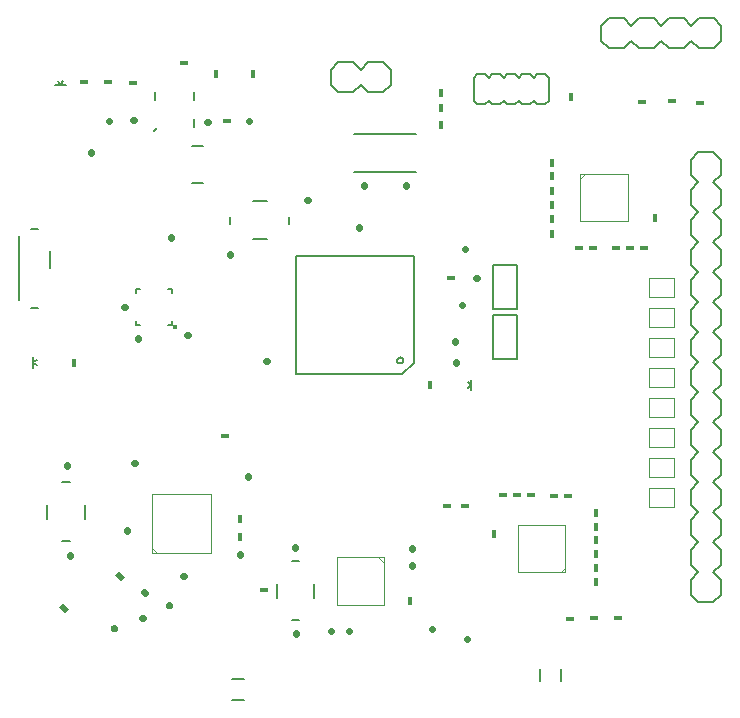
<source format=gto>
G75*
%MOIN*%
%OFA0B0*%
%FSLAX25Y25*%
%IPPOS*%
%LPD*%
%AMOC8*
5,1,8,0,0,1.08239X$1,22.5*
%
%ADD10C,0.02200*%
%ADD11C,0.00800*%
%ADD12R,0.03000X0.01800*%
%ADD13R,0.01800X0.03000*%
%ADD14C,0.00500*%
%ADD15C,0.01575*%
%ADD16C,0.00197*%
%ADD17C,0.00394*%
%ADD18R,0.01600X0.02800*%
%ADD19R,0.02800X0.01600*%
D10*
X0072300Y0096180D02*
X0072300Y0096420D01*
X0091300Y0104480D02*
X0091300Y0104720D01*
X0110080Y0089500D02*
X0110320Y0089500D01*
X0097285Y0084015D02*
X0097115Y0084185D01*
X0096515Y0075685D02*
X0096685Y0075515D01*
X0129100Y0096480D02*
X0129100Y0096720D01*
X0147600Y0098980D02*
X0147600Y0099220D01*
X0131700Y0122580D02*
X0131700Y0122820D01*
X0094120Y0127300D02*
X0093880Y0127300D01*
X0071600Y0126420D02*
X0071600Y0126180D01*
X0095000Y0168580D02*
X0095000Y0168820D01*
X0090620Y0179100D02*
X0090380Y0179100D01*
X0111380Y0170000D02*
X0111620Y0170000D01*
X0137880Y0161200D02*
X0138120Y0161200D01*
X0125700Y0196480D02*
X0125700Y0196720D01*
X0106100Y0202280D02*
X0106100Y0202520D01*
X0079300Y0230480D02*
X0079300Y0230720D01*
X0085280Y0241200D02*
X0085520Y0241200D01*
X0093380Y0241400D02*
X0093620Y0241400D01*
X0118080Y0240900D02*
X0118320Y0240900D01*
X0131980Y0241200D02*
X0132220Y0241200D01*
X0151580Y0214800D02*
X0151820Y0214800D01*
X0170400Y0219480D02*
X0170400Y0219720D01*
X0184300Y0219720D02*
X0184300Y0219480D01*
X0168900Y0205920D02*
X0168900Y0205680D01*
X0204200Y0198620D02*
X0204200Y0198380D01*
X0207780Y0188900D02*
X0208020Y0188900D01*
X0203200Y0180020D02*
X0203200Y0179780D01*
X0200800Y0167720D02*
X0200800Y0167480D01*
X0201000Y0160820D02*
X0201000Y0160580D01*
X0186500Y0098920D02*
X0186500Y0098680D01*
X0186500Y0093220D02*
X0186500Y0092980D01*
X0192980Y0071800D02*
X0193220Y0071800D01*
X0204700Y0068620D02*
X0204700Y0068380D01*
X0165520Y0071200D02*
X0165280Y0071200D01*
X0159520Y0071200D02*
X0159280Y0071200D01*
X0147700Y0070420D02*
X0147700Y0070180D01*
D11*
X0148781Y0074757D02*
X0146419Y0074757D01*
X0141301Y0082238D02*
X0141301Y0086962D01*
X0146419Y0094443D02*
X0148781Y0094443D01*
X0153899Y0086962D02*
X0153899Y0082238D01*
X0130400Y0055300D02*
X0126400Y0055300D01*
X0126400Y0048300D02*
X0130400Y0048300D01*
X0072281Y0101057D02*
X0069919Y0101057D01*
X0064801Y0108538D02*
X0064801Y0113262D01*
X0069919Y0120743D02*
X0072281Y0120743D01*
X0077399Y0113262D02*
X0077399Y0108538D01*
X0060131Y0158889D02*
X0060131Y0160700D01*
X0061351Y0161620D01*
X0060131Y0162511D02*
X0060131Y0160700D01*
X0060191Y0160600D02*
X0061351Y0159840D01*
X0061681Y0178911D02*
X0059319Y0178911D01*
X0055382Y0181470D02*
X0055382Y0202730D01*
X0059319Y0205289D02*
X0061681Y0205289D01*
X0065618Y0198006D02*
X0065618Y0192100D01*
X0100310Y0238010D02*
X0101294Y0238994D01*
X0100700Y0248200D02*
X0100700Y0250800D01*
X0113700Y0250800D02*
X0113700Y0248200D01*
X0113700Y0241700D02*
X0113700Y0239100D01*
X0113128Y0232902D02*
X0116672Y0232902D01*
X0116672Y0220698D02*
X0113128Y0220698D01*
X0125857Y0209281D02*
X0125857Y0206919D01*
X0133338Y0201801D02*
X0138062Y0201801D01*
X0145543Y0206919D02*
X0145543Y0209281D01*
X0138062Y0214399D02*
X0133338Y0214399D01*
X0147815Y0196085D02*
X0147815Y0156715D01*
X0183248Y0156715D01*
X0187185Y0160652D01*
X0187185Y0196085D01*
X0147815Y0196085D01*
X0161800Y0250800D02*
X0166800Y0250800D01*
X0169300Y0253300D01*
X0171800Y0250800D01*
X0176800Y0250800D01*
X0179300Y0253300D01*
X0179300Y0258300D01*
X0176800Y0260800D01*
X0171800Y0260800D01*
X0169300Y0258300D01*
X0166800Y0260800D01*
X0161800Y0260800D01*
X0159300Y0258300D01*
X0159300Y0253300D01*
X0161800Y0250800D01*
X0213563Y0193083D02*
X0221437Y0193083D01*
X0221437Y0178517D01*
X0213563Y0178517D01*
X0213563Y0193083D01*
X0213463Y0176583D02*
X0221337Y0176583D01*
X0221337Y0162017D01*
X0213463Y0162017D01*
X0213463Y0176583D01*
X0206169Y0155011D02*
X0206169Y0153200D01*
X0204949Y0152280D01*
X0206169Y0151389D02*
X0206169Y0153200D01*
X0206109Y0153300D02*
X0204949Y0154060D01*
X0279400Y0153300D02*
X0281900Y0150800D01*
X0279400Y0148300D01*
X0279400Y0143300D01*
X0281900Y0140800D01*
X0279400Y0138300D01*
X0279400Y0133300D01*
X0281900Y0130800D01*
X0279400Y0128300D01*
X0279400Y0123300D01*
X0281900Y0120800D01*
X0279400Y0118300D01*
X0279400Y0113300D01*
X0281900Y0110800D01*
X0279400Y0108300D01*
X0279400Y0103300D01*
X0281900Y0100800D01*
X0279400Y0098300D01*
X0279400Y0093300D01*
X0281900Y0090800D01*
X0279400Y0088300D01*
X0279400Y0083300D01*
X0281900Y0080800D01*
X0286900Y0080800D01*
X0289400Y0083300D01*
X0289400Y0088300D01*
X0286900Y0090800D01*
X0289400Y0093300D01*
X0289400Y0098300D01*
X0286900Y0100800D01*
X0289400Y0103300D01*
X0289400Y0108300D01*
X0286900Y0110800D01*
X0289400Y0113300D01*
X0289400Y0118300D01*
X0286900Y0120800D01*
X0289400Y0123300D01*
X0289400Y0128300D01*
X0286900Y0130800D01*
X0289400Y0133300D01*
X0289400Y0138300D01*
X0286900Y0140800D01*
X0289400Y0143300D01*
X0289400Y0148300D01*
X0286900Y0150800D01*
X0289400Y0153300D01*
X0289400Y0158300D01*
X0286900Y0160800D01*
X0289400Y0163300D01*
X0289400Y0168300D01*
X0286900Y0170800D01*
X0289400Y0173300D01*
X0289400Y0178300D01*
X0286900Y0180800D01*
X0289400Y0183300D01*
X0289400Y0188300D01*
X0286900Y0190800D01*
X0289400Y0193300D01*
X0289400Y0198300D01*
X0286900Y0200800D01*
X0289400Y0203300D01*
X0289400Y0208300D01*
X0286900Y0210800D01*
X0289400Y0213300D01*
X0289400Y0218300D01*
X0286900Y0220800D01*
X0289400Y0223300D01*
X0289400Y0228300D01*
X0286900Y0230800D01*
X0281900Y0230800D01*
X0279400Y0228300D01*
X0279400Y0223300D01*
X0281900Y0220800D01*
X0279400Y0218300D01*
X0279400Y0213300D01*
X0281900Y0210800D01*
X0279400Y0208300D01*
X0279400Y0203300D01*
X0281900Y0200800D01*
X0279400Y0198300D01*
X0279400Y0193300D01*
X0281900Y0190800D01*
X0279400Y0188300D01*
X0279400Y0183300D01*
X0281900Y0180800D01*
X0279400Y0178300D01*
X0279400Y0173300D01*
X0281900Y0170800D01*
X0279400Y0168300D01*
X0279400Y0163300D01*
X0281900Y0160800D01*
X0279400Y0158300D01*
X0279400Y0153300D01*
X0236100Y0058400D02*
X0236100Y0054400D01*
X0229100Y0054400D02*
X0229100Y0058400D01*
X0071011Y0253331D02*
X0069200Y0253331D01*
X0068280Y0254551D01*
X0067389Y0253331D02*
X0069200Y0253331D01*
X0069300Y0253391D02*
X0070060Y0254551D01*
X0249600Y0267900D02*
X0252100Y0265400D01*
X0257100Y0265400D01*
X0259600Y0267900D01*
X0262100Y0265400D01*
X0267100Y0265400D01*
X0269600Y0267900D01*
X0272100Y0265400D01*
X0277100Y0265400D01*
X0279600Y0267900D01*
X0282100Y0265400D01*
X0287100Y0265400D01*
X0289600Y0267900D01*
X0289600Y0272900D01*
X0287100Y0275400D01*
X0282100Y0275400D01*
X0279600Y0272900D01*
X0277100Y0275400D01*
X0272100Y0275400D01*
X0269600Y0272900D01*
X0267100Y0275400D01*
X0262100Y0275400D01*
X0259600Y0272900D01*
X0257100Y0275400D01*
X0252100Y0275400D01*
X0249600Y0272900D01*
X0249600Y0267900D01*
D12*
X0263200Y0247600D03*
X0273200Y0247700D03*
X0282500Y0247200D03*
X0199400Y0188700D03*
X0124900Y0241100D03*
X0110600Y0260600D03*
X0093500Y0253900D03*
X0085000Y0254200D03*
X0077000Y0254100D03*
X0124200Y0136300D03*
X0137000Y0084700D03*
X0198100Y0112700D03*
X0204200Y0112800D03*
X0239000Y0075200D03*
X0247000Y0075600D03*
X0255000Y0075600D03*
D13*
G36*
X0068803Y0079224D02*
X0070076Y0080497D01*
X0072197Y0078376D01*
X0070924Y0077103D01*
X0068803Y0079224D01*
G37*
G36*
X0087403Y0089924D02*
X0088676Y0091197D01*
X0090797Y0089076D01*
X0089524Y0087803D01*
X0087403Y0089924D01*
G37*
X0129100Y0102400D03*
X0129100Y0108500D03*
X0185900Y0081300D03*
X0192500Y0153200D03*
X0133500Y0256700D03*
X0121100Y0256700D03*
X0073900Y0160500D03*
D14*
X0094594Y0173294D02*
X0094594Y0174476D01*
X0094594Y0173294D02*
X0095776Y0173294D01*
X0105224Y0173294D02*
X0106406Y0173294D01*
X0106406Y0174476D01*
X0106406Y0183924D02*
X0106406Y0185106D01*
X0105224Y0185106D01*
X0095776Y0185106D02*
X0094594Y0185106D01*
X0094594Y0183924D01*
X0167164Y0224301D02*
X0187636Y0224301D01*
X0187636Y0236899D02*
X0167164Y0236899D01*
X0207000Y0247950D02*
X0208250Y0246700D01*
X0210750Y0246700D01*
X0212000Y0247950D01*
X0213250Y0246700D01*
X0215750Y0246700D01*
X0217000Y0247950D01*
X0218250Y0246700D01*
X0220750Y0246700D01*
X0222000Y0247950D01*
X0223250Y0246700D01*
X0225750Y0246700D01*
X0227000Y0247950D01*
X0228250Y0246700D01*
X0230750Y0246700D01*
X0232000Y0247950D01*
X0232000Y0255450D01*
X0230750Y0256700D01*
X0228250Y0256700D01*
X0227000Y0255450D01*
X0225750Y0256700D01*
X0223250Y0256700D01*
X0222000Y0255450D01*
X0220750Y0256700D01*
X0218250Y0256700D01*
X0217000Y0255450D01*
X0215750Y0256700D01*
X0213250Y0256700D01*
X0212000Y0255450D01*
X0210750Y0256700D01*
X0208250Y0256700D01*
X0207000Y0255450D01*
X0207000Y0247950D01*
X0181531Y0161369D02*
X0181533Y0161432D01*
X0181539Y0161494D01*
X0181549Y0161556D01*
X0181562Y0161618D01*
X0181580Y0161678D01*
X0181601Y0161737D01*
X0181626Y0161795D01*
X0181655Y0161851D01*
X0181687Y0161905D01*
X0181722Y0161957D01*
X0181760Y0162006D01*
X0181802Y0162054D01*
X0181846Y0162098D01*
X0181894Y0162140D01*
X0181943Y0162178D01*
X0181995Y0162213D01*
X0182049Y0162245D01*
X0182105Y0162274D01*
X0182163Y0162299D01*
X0182222Y0162320D01*
X0182282Y0162338D01*
X0182344Y0162351D01*
X0182406Y0162361D01*
X0182468Y0162367D01*
X0182531Y0162369D01*
X0182594Y0162367D01*
X0182656Y0162361D01*
X0182718Y0162351D01*
X0182780Y0162338D01*
X0182840Y0162320D01*
X0182899Y0162299D01*
X0182957Y0162274D01*
X0183013Y0162245D01*
X0183067Y0162213D01*
X0183119Y0162178D01*
X0183168Y0162140D01*
X0183216Y0162098D01*
X0183260Y0162054D01*
X0183302Y0162006D01*
X0183340Y0161957D01*
X0183375Y0161905D01*
X0183407Y0161851D01*
X0183436Y0161795D01*
X0183461Y0161737D01*
X0183482Y0161678D01*
X0183500Y0161618D01*
X0183513Y0161556D01*
X0183523Y0161494D01*
X0183529Y0161432D01*
X0183531Y0161369D01*
X0183529Y0161306D01*
X0183523Y0161244D01*
X0183513Y0161182D01*
X0183500Y0161120D01*
X0183482Y0161060D01*
X0183461Y0161001D01*
X0183436Y0160943D01*
X0183407Y0160887D01*
X0183375Y0160833D01*
X0183340Y0160781D01*
X0183302Y0160732D01*
X0183260Y0160684D01*
X0183216Y0160640D01*
X0183168Y0160598D01*
X0183119Y0160560D01*
X0183067Y0160525D01*
X0183013Y0160493D01*
X0182957Y0160464D01*
X0182899Y0160439D01*
X0182840Y0160418D01*
X0182780Y0160400D01*
X0182718Y0160387D01*
X0182656Y0160377D01*
X0182594Y0160371D01*
X0182531Y0160369D01*
X0182468Y0160371D01*
X0182406Y0160377D01*
X0182344Y0160387D01*
X0182282Y0160400D01*
X0182222Y0160418D01*
X0182163Y0160439D01*
X0182105Y0160464D01*
X0182049Y0160493D01*
X0181995Y0160525D01*
X0181943Y0160560D01*
X0181894Y0160598D01*
X0181846Y0160640D01*
X0181802Y0160684D01*
X0181760Y0160732D01*
X0181722Y0160781D01*
X0181687Y0160833D01*
X0181655Y0160887D01*
X0181626Y0160943D01*
X0181601Y0161001D01*
X0181580Y0161060D01*
X0181562Y0161120D01*
X0181549Y0161182D01*
X0181539Y0161244D01*
X0181533Y0161306D01*
X0181531Y0161369D01*
X0104740Y0079600D02*
X0104742Y0079658D01*
X0104748Y0079716D01*
X0104758Y0079773D01*
X0104771Y0079830D01*
X0104789Y0079885D01*
X0104810Y0079939D01*
X0104834Y0079992D01*
X0104863Y0080043D01*
X0104894Y0080091D01*
X0104929Y0080138D01*
X0104967Y0080182D01*
X0105007Y0080223D01*
X0105051Y0080262D01*
X0105097Y0080297D01*
X0105145Y0080330D01*
X0105195Y0080359D01*
X0105248Y0080384D01*
X0105301Y0080406D01*
X0105356Y0080425D01*
X0105413Y0080439D01*
X0105470Y0080450D01*
X0105527Y0080457D01*
X0105585Y0080460D01*
X0105644Y0080459D01*
X0105701Y0080454D01*
X0105759Y0080445D01*
X0105816Y0080433D01*
X0105871Y0080416D01*
X0105926Y0080396D01*
X0105979Y0080372D01*
X0106030Y0080345D01*
X0106079Y0080314D01*
X0106126Y0080280D01*
X0106171Y0080243D01*
X0106213Y0080203D01*
X0106253Y0080160D01*
X0106289Y0080115D01*
X0106322Y0080067D01*
X0106352Y0080017D01*
X0106378Y0079966D01*
X0106401Y0079912D01*
X0106421Y0079857D01*
X0106436Y0079801D01*
X0106448Y0079745D01*
X0106456Y0079687D01*
X0106460Y0079629D01*
X0106460Y0079571D01*
X0106456Y0079513D01*
X0106448Y0079455D01*
X0106436Y0079399D01*
X0106421Y0079343D01*
X0106401Y0079288D01*
X0106378Y0079234D01*
X0106352Y0079183D01*
X0106322Y0079133D01*
X0106289Y0079085D01*
X0106253Y0079040D01*
X0106213Y0078997D01*
X0106171Y0078957D01*
X0106126Y0078920D01*
X0106079Y0078886D01*
X0106030Y0078855D01*
X0105979Y0078828D01*
X0105926Y0078804D01*
X0105871Y0078784D01*
X0105816Y0078767D01*
X0105759Y0078755D01*
X0105701Y0078746D01*
X0105644Y0078741D01*
X0105585Y0078740D01*
X0105527Y0078743D01*
X0105470Y0078750D01*
X0105413Y0078761D01*
X0105356Y0078775D01*
X0105301Y0078794D01*
X0105248Y0078816D01*
X0105195Y0078841D01*
X0105145Y0078870D01*
X0105097Y0078903D01*
X0105051Y0078938D01*
X0105007Y0078977D01*
X0104967Y0079018D01*
X0104929Y0079062D01*
X0104894Y0079109D01*
X0104863Y0079157D01*
X0104834Y0079208D01*
X0104810Y0079261D01*
X0104789Y0079315D01*
X0104771Y0079370D01*
X0104758Y0079427D01*
X0104748Y0079484D01*
X0104742Y0079542D01*
X0104740Y0079600D01*
X0105500Y0079600D02*
X0105502Y0079620D01*
X0105508Y0079638D01*
X0105517Y0079656D01*
X0105529Y0079671D01*
X0105544Y0079683D01*
X0105562Y0079692D01*
X0105580Y0079698D01*
X0105600Y0079700D01*
X0105620Y0079698D01*
X0105638Y0079692D01*
X0105656Y0079683D01*
X0105671Y0079671D01*
X0105683Y0079656D01*
X0105692Y0079638D01*
X0105698Y0079620D01*
X0105700Y0079600D01*
X0105698Y0079580D01*
X0105692Y0079562D01*
X0105683Y0079544D01*
X0105671Y0079529D01*
X0105656Y0079517D01*
X0105638Y0079508D01*
X0105620Y0079502D01*
X0105600Y0079500D01*
X0105580Y0079502D01*
X0105562Y0079508D01*
X0105544Y0079517D01*
X0105529Y0079529D01*
X0105517Y0079544D01*
X0105508Y0079562D01*
X0105502Y0079580D01*
X0105500Y0079600D01*
X0105100Y0079600D02*
X0105102Y0079644D01*
X0105108Y0079688D01*
X0105118Y0079731D01*
X0105131Y0079773D01*
X0105148Y0079814D01*
X0105169Y0079853D01*
X0105193Y0079890D01*
X0105220Y0079925D01*
X0105250Y0079957D01*
X0105283Y0079987D01*
X0105319Y0080013D01*
X0105356Y0080037D01*
X0105396Y0080056D01*
X0105437Y0080073D01*
X0105480Y0080085D01*
X0105523Y0080094D01*
X0105567Y0080099D01*
X0105611Y0080100D01*
X0105655Y0080097D01*
X0105699Y0080090D01*
X0105742Y0080079D01*
X0105784Y0080065D01*
X0105824Y0080047D01*
X0105863Y0080025D01*
X0105899Y0080001D01*
X0105933Y0079973D01*
X0105965Y0079942D01*
X0105994Y0079908D01*
X0106020Y0079872D01*
X0106042Y0079834D01*
X0106061Y0079794D01*
X0106076Y0079752D01*
X0106088Y0079710D01*
X0106096Y0079666D01*
X0106100Y0079622D01*
X0106100Y0079578D01*
X0106096Y0079534D01*
X0106088Y0079490D01*
X0106076Y0079448D01*
X0106061Y0079406D01*
X0106042Y0079366D01*
X0106020Y0079328D01*
X0105994Y0079292D01*
X0105965Y0079258D01*
X0105933Y0079227D01*
X0105899Y0079199D01*
X0105863Y0079175D01*
X0105824Y0079153D01*
X0105784Y0079135D01*
X0105742Y0079121D01*
X0105699Y0079110D01*
X0105655Y0079103D01*
X0105611Y0079100D01*
X0105567Y0079101D01*
X0105523Y0079106D01*
X0105480Y0079115D01*
X0105437Y0079127D01*
X0105396Y0079144D01*
X0105356Y0079163D01*
X0105319Y0079187D01*
X0105283Y0079213D01*
X0105250Y0079243D01*
X0105220Y0079275D01*
X0105193Y0079310D01*
X0105169Y0079347D01*
X0105148Y0079386D01*
X0105131Y0079427D01*
X0105118Y0079469D01*
X0105108Y0079512D01*
X0105102Y0079556D01*
X0105100Y0079600D01*
X0086340Y0072100D02*
X0086342Y0072158D01*
X0086348Y0072216D01*
X0086358Y0072273D01*
X0086371Y0072330D01*
X0086389Y0072385D01*
X0086410Y0072439D01*
X0086434Y0072492D01*
X0086463Y0072543D01*
X0086494Y0072591D01*
X0086529Y0072638D01*
X0086567Y0072682D01*
X0086607Y0072723D01*
X0086651Y0072762D01*
X0086697Y0072797D01*
X0086745Y0072830D01*
X0086795Y0072859D01*
X0086848Y0072884D01*
X0086901Y0072906D01*
X0086956Y0072925D01*
X0087013Y0072939D01*
X0087070Y0072950D01*
X0087127Y0072957D01*
X0087185Y0072960D01*
X0087244Y0072959D01*
X0087301Y0072954D01*
X0087359Y0072945D01*
X0087416Y0072933D01*
X0087471Y0072916D01*
X0087526Y0072896D01*
X0087579Y0072872D01*
X0087630Y0072845D01*
X0087679Y0072814D01*
X0087726Y0072780D01*
X0087771Y0072743D01*
X0087813Y0072703D01*
X0087853Y0072660D01*
X0087889Y0072615D01*
X0087922Y0072567D01*
X0087952Y0072517D01*
X0087978Y0072466D01*
X0088001Y0072412D01*
X0088021Y0072357D01*
X0088036Y0072301D01*
X0088048Y0072245D01*
X0088056Y0072187D01*
X0088060Y0072129D01*
X0088060Y0072071D01*
X0088056Y0072013D01*
X0088048Y0071955D01*
X0088036Y0071899D01*
X0088021Y0071843D01*
X0088001Y0071788D01*
X0087978Y0071734D01*
X0087952Y0071683D01*
X0087922Y0071633D01*
X0087889Y0071585D01*
X0087853Y0071540D01*
X0087813Y0071497D01*
X0087771Y0071457D01*
X0087726Y0071420D01*
X0087679Y0071386D01*
X0087630Y0071355D01*
X0087579Y0071328D01*
X0087526Y0071304D01*
X0087471Y0071284D01*
X0087416Y0071267D01*
X0087359Y0071255D01*
X0087301Y0071246D01*
X0087244Y0071241D01*
X0087185Y0071240D01*
X0087127Y0071243D01*
X0087070Y0071250D01*
X0087013Y0071261D01*
X0086956Y0071275D01*
X0086901Y0071294D01*
X0086848Y0071316D01*
X0086795Y0071341D01*
X0086745Y0071370D01*
X0086697Y0071403D01*
X0086651Y0071438D01*
X0086607Y0071477D01*
X0086567Y0071518D01*
X0086529Y0071562D01*
X0086494Y0071609D01*
X0086463Y0071657D01*
X0086434Y0071708D01*
X0086410Y0071761D01*
X0086389Y0071815D01*
X0086371Y0071870D01*
X0086358Y0071927D01*
X0086348Y0071984D01*
X0086342Y0072042D01*
X0086340Y0072100D01*
X0087100Y0072100D02*
X0087102Y0072120D01*
X0087108Y0072138D01*
X0087117Y0072156D01*
X0087129Y0072171D01*
X0087144Y0072183D01*
X0087162Y0072192D01*
X0087180Y0072198D01*
X0087200Y0072200D01*
X0087220Y0072198D01*
X0087238Y0072192D01*
X0087256Y0072183D01*
X0087271Y0072171D01*
X0087283Y0072156D01*
X0087292Y0072138D01*
X0087298Y0072120D01*
X0087300Y0072100D01*
X0087298Y0072080D01*
X0087292Y0072062D01*
X0087283Y0072044D01*
X0087271Y0072029D01*
X0087256Y0072017D01*
X0087238Y0072008D01*
X0087220Y0072002D01*
X0087200Y0072000D01*
X0087180Y0072002D01*
X0087162Y0072008D01*
X0087144Y0072017D01*
X0087129Y0072029D01*
X0087117Y0072044D01*
X0087108Y0072062D01*
X0087102Y0072080D01*
X0087100Y0072100D01*
X0086700Y0072100D02*
X0086702Y0072144D01*
X0086708Y0072188D01*
X0086718Y0072231D01*
X0086731Y0072273D01*
X0086748Y0072314D01*
X0086769Y0072353D01*
X0086793Y0072390D01*
X0086820Y0072425D01*
X0086850Y0072457D01*
X0086883Y0072487D01*
X0086919Y0072513D01*
X0086956Y0072537D01*
X0086996Y0072556D01*
X0087037Y0072573D01*
X0087080Y0072585D01*
X0087123Y0072594D01*
X0087167Y0072599D01*
X0087211Y0072600D01*
X0087255Y0072597D01*
X0087299Y0072590D01*
X0087342Y0072579D01*
X0087384Y0072565D01*
X0087424Y0072547D01*
X0087463Y0072525D01*
X0087499Y0072501D01*
X0087533Y0072473D01*
X0087565Y0072442D01*
X0087594Y0072408D01*
X0087620Y0072372D01*
X0087642Y0072334D01*
X0087661Y0072294D01*
X0087676Y0072252D01*
X0087688Y0072210D01*
X0087696Y0072166D01*
X0087700Y0072122D01*
X0087700Y0072078D01*
X0087696Y0072034D01*
X0087688Y0071990D01*
X0087676Y0071948D01*
X0087661Y0071906D01*
X0087642Y0071866D01*
X0087620Y0071828D01*
X0087594Y0071792D01*
X0087565Y0071758D01*
X0087533Y0071727D01*
X0087499Y0071699D01*
X0087463Y0071675D01*
X0087424Y0071653D01*
X0087384Y0071635D01*
X0087342Y0071621D01*
X0087299Y0071610D01*
X0087255Y0071603D01*
X0087211Y0071600D01*
X0087167Y0071601D01*
X0087123Y0071606D01*
X0087080Y0071615D01*
X0087037Y0071627D01*
X0086996Y0071644D01*
X0086956Y0071663D01*
X0086919Y0071687D01*
X0086883Y0071713D01*
X0086850Y0071743D01*
X0086820Y0071775D01*
X0086793Y0071810D01*
X0086769Y0071847D01*
X0086748Y0071886D01*
X0086731Y0071927D01*
X0086718Y0071969D01*
X0086708Y0072012D01*
X0086702Y0072056D01*
X0086700Y0072100D01*
D15*
X0107587Y0172507D03*
D16*
X0099757Y0116943D02*
X0119443Y0116943D01*
X0119443Y0097257D01*
X0101332Y0097257D01*
X0099757Y0098832D01*
X0099757Y0116943D01*
X0099757Y0098832D02*
X0099757Y0097257D01*
X0101332Y0097257D01*
X0161426Y0095774D02*
X0161426Y0080026D01*
X0177174Y0080026D01*
X0177174Y0093806D01*
X0175206Y0095774D01*
X0177174Y0095774D01*
X0177174Y0093806D01*
X0175206Y0095774D02*
X0161426Y0095774D01*
X0265566Y0112650D02*
X0265566Y0118950D01*
X0273834Y0118950D01*
X0273834Y0112650D01*
X0265566Y0112650D01*
X0265566Y0122650D02*
X0265566Y0128950D01*
X0273834Y0128950D01*
X0273834Y0122650D01*
X0265566Y0122650D01*
X0265566Y0132650D02*
X0265566Y0138950D01*
X0273834Y0138950D01*
X0273834Y0132650D01*
X0265566Y0132650D01*
X0265566Y0142650D02*
X0265566Y0148950D01*
X0273834Y0148950D01*
X0273834Y0142650D01*
X0265566Y0142650D01*
X0265466Y0152650D02*
X0265466Y0158950D01*
X0273734Y0158950D01*
X0273734Y0152650D01*
X0265466Y0152650D01*
X0265566Y0162650D02*
X0265566Y0168950D01*
X0273834Y0168950D01*
X0273834Y0162650D01*
X0265566Y0162650D01*
X0265566Y0172650D02*
X0265566Y0178950D01*
X0273834Y0178950D01*
X0273834Y0172650D01*
X0265566Y0172650D01*
X0265566Y0182650D02*
X0265566Y0188950D01*
X0273834Y0188950D01*
X0273834Y0182650D01*
X0265566Y0182650D01*
D17*
X0258274Y0207726D02*
X0242526Y0207726D01*
X0242526Y0221899D01*
X0244101Y0223474D01*
X0258274Y0223474D01*
X0258274Y0207726D01*
X0242526Y0221899D02*
X0242526Y0223474D01*
X0244101Y0223474D01*
X0237574Y0106474D02*
X0221826Y0106474D01*
X0221826Y0090726D01*
X0235999Y0090726D01*
X0237574Y0092301D01*
X0237574Y0090726D01*
X0235999Y0090726D01*
X0237574Y0092301D02*
X0237574Y0106474D01*
D18*
X0247800Y0106000D03*
X0247800Y0110500D03*
X0247800Y0101400D03*
X0247800Y0096800D03*
X0247800Y0092100D03*
X0247800Y0087400D03*
X0213900Y0103500D03*
X0233200Y0203600D03*
X0233200Y0208400D03*
X0233200Y0213200D03*
X0233200Y0217900D03*
X0233100Y0222700D03*
X0233100Y0227300D03*
X0239600Y0249200D03*
X0196000Y0250500D03*
X0196000Y0245400D03*
X0196000Y0239900D03*
X0267500Y0209000D03*
D19*
X0263800Y0198700D03*
X0259200Y0198700D03*
X0254600Y0198700D03*
X0246800Y0198700D03*
X0242100Y0198700D03*
X0238500Y0116100D03*
X0233800Y0116100D03*
X0226200Y0116600D03*
X0221500Y0116600D03*
X0216800Y0116600D03*
M02*

</source>
